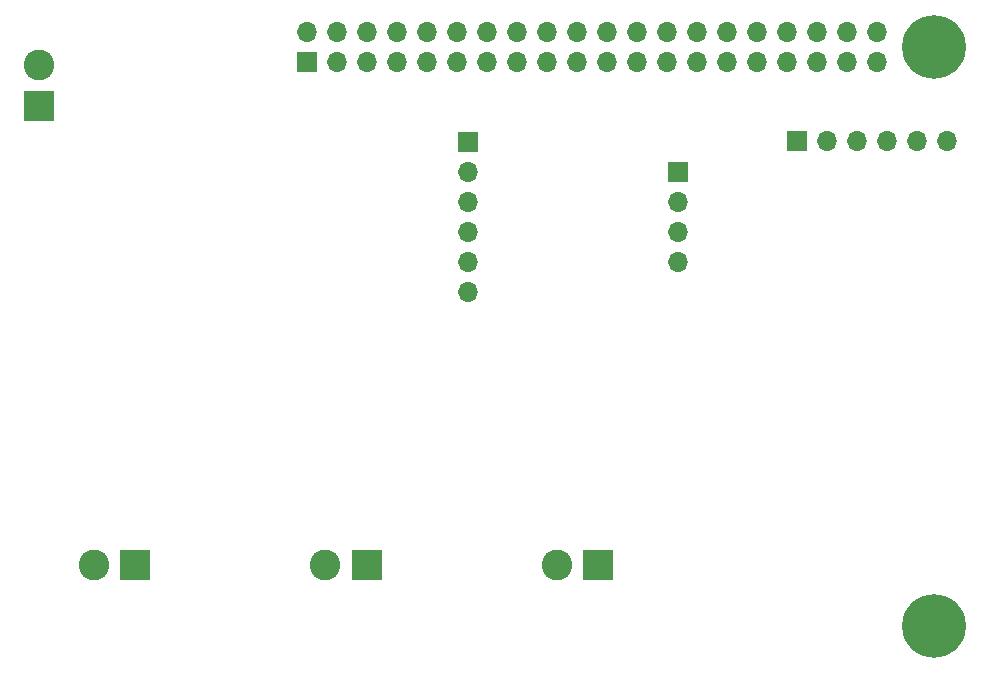
<source format=gbr>
%TF.GenerationSoftware,KiCad,Pcbnew,8.0.1*%
%TF.CreationDate,2024-04-24T14:46:20+03:00*%
%TF.ProjectId,QRPfRA_RP4_hat,51525066-5241-45f5-9250-345f6861742e,rev?*%
%TF.SameCoordinates,Original*%
%TF.FileFunction,Soldermask,Bot*%
%TF.FilePolarity,Negative*%
%FSLAX46Y46*%
G04 Gerber Fmt 4.6, Leading zero omitted, Abs format (unit mm)*
G04 Created by KiCad (PCBNEW 8.0.1) date 2024-04-24 14:46:20*
%MOMM*%
%LPD*%
G01*
G04 APERTURE LIST*
%ADD10R,2.600000X2.600000*%
%ADD11C,2.600000*%
%ADD12C,5.400000*%
%ADD13R,1.700000X1.700000*%
%ADD14O,1.700000X1.700000*%
G04 APERTURE END LIST*
D10*
%TO.C,J5*%
X106362529Y-74013043D03*
D11*
X106362529Y-70513043D03*
%TD*%
D12*
%TO.C,H4*%
X182147529Y-69038043D03*
%TD*%
%TO.C,H2*%
X182147529Y-118038043D03*
%TD*%
D11*
%TO.C,J9*%
X130612529Y-112888043D03*
D10*
X134112529Y-112888043D03*
%TD*%
%TO.C,J10*%
X153712529Y-112888043D03*
D11*
X150212529Y-112888043D03*
%TD*%
D10*
%TO.C,J11*%
X114512529Y-112888043D03*
D11*
X111012529Y-112888043D03*
%TD*%
D13*
%TO.C,J1*%
X129022529Y-70313043D03*
D14*
X129022529Y-67773043D03*
X131562529Y-70313043D03*
X131562529Y-67773043D03*
X134102529Y-70313043D03*
X134102529Y-67773043D03*
X136642529Y-70313043D03*
X136642529Y-67773043D03*
X139182529Y-70313043D03*
X139182529Y-67773043D03*
X141722529Y-70313043D03*
X141722529Y-67773043D03*
X144262529Y-70313043D03*
X144262529Y-67773043D03*
X146802529Y-70313043D03*
X146802529Y-67773043D03*
X149342529Y-70313043D03*
X149342529Y-67773043D03*
X151882529Y-70313043D03*
X151882529Y-67773043D03*
X154422529Y-70313043D03*
X154422529Y-67773043D03*
X156962529Y-70313043D03*
X156962529Y-67773043D03*
X159502529Y-70313043D03*
X159502529Y-67773043D03*
X162042529Y-70313043D03*
X162042529Y-67773043D03*
X164582529Y-70313043D03*
X164582529Y-67773043D03*
X167122529Y-70313043D03*
X167122529Y-67773043D03*
X169662529Y-70313043D03*
X169662529Y-67773043D03*
X172202529Y-70313043D03*
X172202529Y-67773043D03*
X174742529Y-70313043D03*
X174742529Y-67773043D03*
X177282529Y-70313043D03*
X177282529Y-67773043D03*
%TD*%
D13*
%TO.C,J3*%
X142650000Y-77040000D03*
D14*
X142650000Y-79580000D03*
X142650000Y-82120000D03*
X142650000Y-84660000D03*
X142650000Y-87200000D03*
X142650000Y-89740000D03*
%TD*%
%TO.C,J2*%
X160452243Y-87213043D03*
X160452243Y-84673043D03*
X160452243Y-82133043D03*
D13*
X160452243Y-79593043D03*
%TD*%
%TO.C,J4*%
X170580000Y-76940000D03*
D14*
X173120000Y-76940000D03*
X175660000Y-76940000D03*
X178200000Y-76940000D03*
X180740000Y-76940000D03*
X183280000Y-76940000D03*
%TD*%
M02*

</source>
